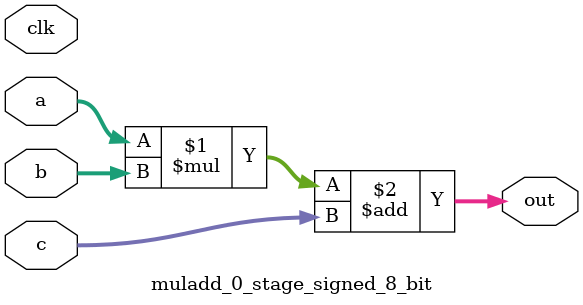
<source format=sv>
(* use_dsp = "yes" *) module muladd_0_stage_signed_8_bit(
	input signed [7:0] a,
	input signed [7:0] b,
	input signed [7:0] c,
	output [7:0] out,
	input clk);

	assign out = (a * b) + c;
endmodule

</source>
